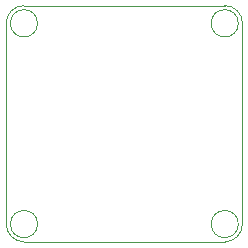
<source format=gbr>
%TF.GenerationSoftware,KiCad,Pcbnew,8.99.0-2176-gc19aa8170b*%
%TF.CreationDate,2024-08-30T16:07:14-04:00*%
%TF.ProjectId,scampi,7363616d-7069-42e6-9b69-6361645f7063,rev?*%
%TF.SameCoordinates,Original*%
%TF.FileFunction,Profile,NP*%
%FSLAX46Y46*%
G04 Gerber Fmt 4.6, Leading zero omitted, Abs format (unit mm)*
G04 Created by KiCad (PCBNEW 8.99.0-2176-gc19aa8170b) date 2024-08-30 16:07:14*
%MOMM*%
%LPD*%
G01*
G04 APERTURE LIST*
%TA.AperFunction,Profile*%
%ADD10C,0.050000*%
%TD*%
G04 APERTURE END LIST*
D10*
X157650000Y-86500000D02*
G75*
G02*
X155350000Y-86500000I-1150000J0D01*
G01*
X155350000Y-86500000D02*
G75*
G02*
X157650000Y-86500000I1150000J0D01*
G01*
X156500000Y-85000000D02*
X139500000Y-85000000D01*
X158000000Y-103500000D02*
G75*
G02*
X156500000Y-105000000I-1500000J0D01*
G01*
X138000000Y-86500000D02*
G75*
G02*
X139500000Y-85000000I1500000J0D01*
G01*
X157650000Y-103500000D02*
G75*
G02*
X155350000Y-103500000I-1150000J0D01*
G01*
X155350000Y-103500000D02*
G75*
G02*
X157650000Y-103500000I1150000J0D01*
G01*
X156500000Y-85000000D02*
G75*
G02*
X158000000Y-86500000I0J-1500000D01*
G01*
X140650000Y-86500000D02*
G75*
G02*
X138350000Y-86500000I-1150000J0D01*
G01*
X138350000Y-86500000D02*
G75*
G02*
X140650000Y-86500000I1150000J0D01*
G01*
X139500000Y-105000000D02*
X156500000Y-105000000D01*
X140650000Y-103500000D02*
G75*
G02*
X138350000Y-103500000I-1150000J0D01*
G01*
X138350000Y-103500000D02*
G75*
G02*
X140650000Y-103500000I1150000J0D01*
G01*
X138000000Y-86500000D02*
X138000000Y-103500000D01*
X139500000Y-105000000D02*
G75*
G02*
X138000000Y-103500000I0J1500000D01*
G01*
X158000000Y-103500000D02*
X158000000Y-86500000D01*
M02*

</source>
